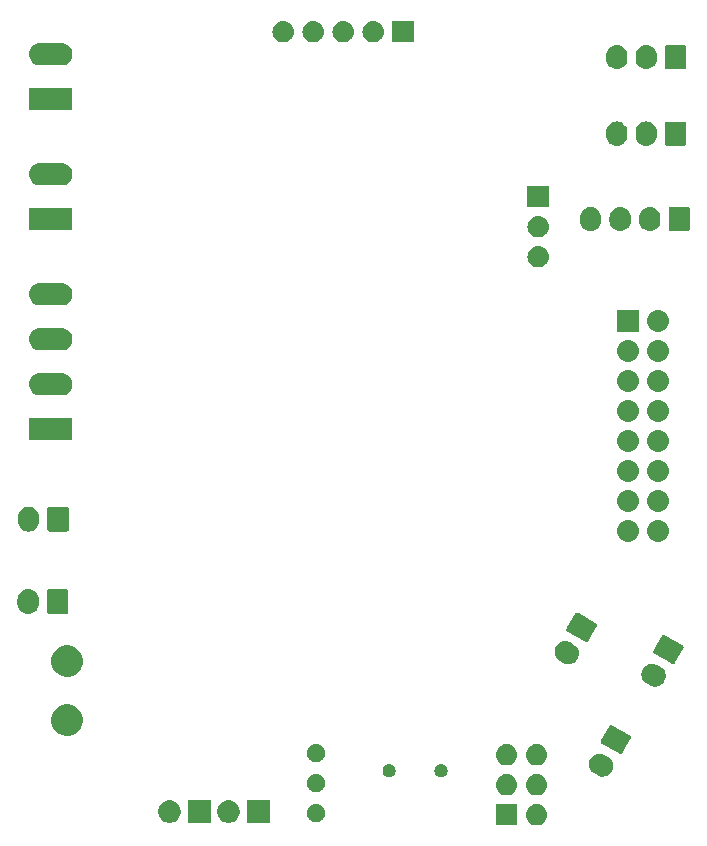
<source format=gts>
G04 #@! TF.GenerationSoftware,KiCad,Pcbnew,(5.1.4)-1*
G04 #@! TF.CreationDate,2019-11-18T10:56:31+03:00*
G04 #@! TF.ProjectId,123,3132332e-6b69-4636-9164-5f7063625858,rev?*
G04 #@! TF.SameCoordinates,Original*
G04 #@! TF.FileFunction,Soldermask,Top*
G04 #@! TF.FilePolarity,Negative*
%FSLAX46Y46*%
G04 Gerber Fmt 4.6, Leading zero omitted, Abs format (unit mm)*
G04 Created by KiCad (PCBNEW (5.1.4)-1) date 2019-11-18 10:56:31*
%MOMM*%
%LPD*%
G04 APERTURE LIST*
%ADD10C,0.100000*%
G04 APERTURE END LIST*
D10*
G36*
X62594443Y-81782519D02*
G01*
X62660627Y-81789037D01*
X62830466Y-81840557D01*
X62986991Y-81924222D01*
X63019772Y-81951125D01*
X63124186Y-82036814D01*
X63207448Y-82138271D01*
X63236778Y-82174009D01*
X63320443Y-82330534D01*
X63371963Y-82500373D01*
X63389359Y-82677000D01*
X63371963Y-82853627D01*
X63320443Y-83023466D01*
X63236778Y-83179991D01*
X63207448Y-83215729D01*
X63124186Y-83317186D01*
X63022729Y-83400448D01*
X62986991Y-83429778D01*
X62830466Y-83513443D01*
X62660627Y-83564963D01*
X62594443Y-83571481D01*
X62528260Y-83578000D01*
X62439740Y-83578000D01*
X62373557Y-83571481D01*
X62307373Y-83564963D01*
X62137534Y-83513443D01*
X61981009Y-83429778D01*
X61945271Y-83400448D01*
X61843814Y-83317186D01*
X61760552Y-83215729D01*
X61731222Y-83179991D01*
X61647557Y-83023466D01*
X61596037Y-82853627D01*
X61578641Y-82677000D01*
X61596037Y-82500373D01*
X61647557Y-82330534D01*
X61731222Y-82174009D01*
X61760552Y-82138271D01*
X61843814Y-82036814D01*
X61948228Y-81951125D01*
X61981009Y-81924222D01*
X62137534Y-81840557D01*
X62307373Y-81789037D01*
X62373557Y-81782519D01*
X62439740Y-81776000D01*
X62528260Y-81776000D01*
X62594443Y-81782519D01*
X62594443Y-81782519D01*
G37*
G36*
X60845000Y-83578000D02*
G01*
X59043000Y-83578000D01*
X59043000Y-81776000D01*
X60845000Y-81776000D01*
X60845000Y-83578000D01*
X60845000Y-83578000D01*
G37*
G36*
X31673395Y-81508546D02*
G01*
X31846466Y-81580234D01*
X31846467Y-81580235D01*
X32002227Y-81684310D01*
X32134690Y-81816773D01*
X32168082Y-81866748D01*
X32238766Y-81972534D01*
X32310454Y-82145605D01*
X32347000Y-82329333D01*
X32347000Y-82516667D01*
X32310454Y-82700395D01*
X32238766Y-82873466D01*
X32210876Y-82915206D01*
X32134690Y-83029227D01*
X32002227Y-83161690D01*
X31974840Y-83179989D01*
X31846466Y-83265766D01*
X31673395Y-83337454D01*
X31489667Y-83374000D01*
X31302333Y-83374000D01*
X31118605Y-83337454D01*
X30945534Y-83265766D01*
X30817160Y-83179989D01*
X30789773Y-83161690D01*
X30657310Y-83029227D01*
X30581124Y-82915206D01*
X30553234Y-82873466D01*
X30481546Y-82700395D01*
X30445000Y-82516667D01*
X30445000Y-82329333D01*
X30481546Y-82145605D01*
X30553234Y-81972534D01*
X30623918Y-81866748D01*
X30657310Y-81816773D01*
X30789773Y-81684310D01*
X30945533Y-81580235D01*
X30945534Y-81580234D01*
X31118605Y-81508546D01*
X31302333Y-81472000D01*
X31489667Y-81472000D01*
X31673395Y-81508546D01*
X31673395Y-81508546D01*
G37*
G36*
X39887000Y-83374000D02*
G01*
X37985000Y-83374000D01*
X37985000Y-81472000D01*
X39887000Y-81472000D01*
X39887000Y-83374000D01*
X39887000Y-83374000D01*
G37*
G36*
X36673395Y-81508546D02*
G01*
X36846466Y-81580234D01*
X36846467Y-81580235D01*
X37002227Y-81684310D01*
X37134690Y-81816773D01*
X37168082Y-81866748D01*
X37238766Y-81972534D01*
X37310454Y-82145605D01*
X37347000Y-82329333D01*
X37347000Y-82516667D01*
X37310454Y-82700395D01*
X37238766Y-82873466D01*
X37210876Y-82915206D01*
X37134690Y-83029227D01*
X37002227Y-83161690D01*
X36974840Y-83179989D01*
X36846466Y-83265766D01*
X36673395Y-83337454D01*
X36489667Y-83374000D01*
X36302333Y-83374000D01*
X36118605Y-83337454D01*
X35945534Y-83265766D01*
X35817160Y-83179989D01*
X35789773Y-83161690D01*
X35657310Y-83029227D01*
X35581124Y-82915206D01*
X35553234Y-82873466D01*
X35481546Y-82700395D01*
X35445000Y-82516667D01*
X35445000Y-82329333D01*
X35481546Y-82145605D01*
X35553234Y-81972534D01*
X35623918Y-81866748D01*
X35657310Y-81816773D01*
X35789773Y-81684310D01*
X35945533Y-81580235D01*
X35945534Y-81580234D01*
X36118605Y-81508546D01*
X36302333Y-81472000D01*
X36489667Y-81472000D01*
X36673395Y-81508546D01*
X36673395Y-81508546D01*
G37*
G36*
X34887000Y-83374000D02*
G01*
X32985000Y-83374000D01*
X32985000Y-81472000D01*
X34887000Y-81472000D01*
X34887000Y-83374000D01*
X34887000Y-83374000D01*
G37*
G36*
X43940589Y-81788876D02*
G01*
X44039893Y-81808629D01*
X44180206Y-81866748D01*
X44306484Y-81951125D01*
X44413875Y-82058516D01*
X44498252Y-82184794D01*
X44556371Y-82325107D01*
X44586000Y-82474063D01*
X44586000Y-82625937D01*
X44556371Y-82774893D01*
X44498252Y-82915206D01*
X44413875Y-83041484D01*
X44306484Y-83148875D01*
X44180206Y-83233252D01*
X44039893Y-83291371D01*
X43940589Y-83311124D01*
X43890938Y-83321000D01*
X43739062Y-83321000D01*
X43689411Y-83311124D01*
X43590107Y-83291371D01*
X43449794Y-83233252D01*
X43323516Y-83148875D01*
X43216125Y-83041484D01*
X43131748Y-82915206D01*
X43073629Y-82774893D01*
X43044000Y-82625937D01*
X43044000Y-82474063D01*
X43073629Y-82325107D01*
X43131748Y-82184794D01*
X43216125Y-82058516D01*
X43323516Y-81951125D01*
X43449794Y-81866748D01*
X43590107Y-81808629D01*
X43689411Y-81788876D01*
X43739062Y-81779000D01*
X43890938Y-81779000D01*
X43940589Y-81788876D01*
X43940589Y-81788876D01*
G37*
G36*
X60054442Y-79242518D02*
G01*
X60120627Y-79249037D01*
X60290466Y-79300557D01*
X60446991Y-79384222D01*
X60479772Y-79411125D01*
X60584186Y-79496814D01*
X60667448Y-79598271D01*
X60696778Y-79634009D01*
X60780443Y-79790534D01*
X60831963Y-79960373D01*
X60849359Y-80137000D01*
X60831963Y-80313627D01*
X60780443Y-80483466D01*
X60696778Y-80639991D01*
X60667448Y-80675729D01*
X60584186Y-80777186D01*
X60482729Y-80860448D01*
X60446991Y-80889778D01*
X60290466Y-80973443D01*
X60120627Y-81024963D01*
X60054443Y-81031481D01*
X59988260Y-81038000D01*
X59899740Y-81038000D01*
X59833557Y-81031481D01*
X59767373Y-81024963D01*
X59597534Y-80973443D01*
X59441009Y-80889778D01*
X59405271Y-80860448D01*
X59303814Y-80777186D01*
X59220552Y-80675729D01*
X59191222Y-80639991D01*
X59107557Y-80483466D01*
X59056037Y-80313627D01*
X59038641Y-80137000D01*
X59056037Y-79960373D01*
X59107557Y-79790534D01*
X59191222Y-79634009D01*
X59220552Y-79598271D01*
X59303814Y-79496814D01*
X59408228Y-79411125D01*
X59441009Y-79384222D01*
X59597534Y-79300557D01*
X59767373Y-79249037D01*
X59833558Y-79242518D01*
X59899740Y-79236000D01*
X59988260Y-79236000D01*
X60054442Y-79242518D01*
X60054442Y-79242518D01*
G37*
G36*
X62594442Y-79242518D02*
G01*
X62660627Y-79249037D01*
X62830466Y-79300557D01*
X62986991Y-79384222D01*
X63019772Y-79411125D01*
X63124186Y-79496814D01*
X63207448Y-79598271D01*
X63236778Y-79634009D01*
X63320443Y-79790534D01*
X63371963Y-79960373D01*
X63389359Y-80137000D01*
X63371963Y-80313627D01*
X63320443Y-80483466D01*
X63236778Y-80639991D01*
X63207448Y-80675729D01*
X63124186Y-80777186D01*
X63022729Y-80860448D01*
X62986991Y-80889778D01*
X62830466Y-80973443D01*
X62660627Y-81024963D01*
X62594443Y-81031481D01*
X62528260Y-81038000D01*
X62439740Y-81038000D01*
X62373557Y-81031481D01*
X62307373Y-81024963D01*
X62137534Y-80973443D01*
X61981009Y-80889778D01*
X61945271Y-80860448D01*
X61843814Y-80777186D01*
X61760552Y-80675729D01*
X61731222Y-80639991D01*
X61647557Y-80483466D01*
X61596037Y-80313627D01*
X61578641Y-80137000D01*
X61596037Y-79960373D01*
X61647557Y-79790534D01*
X61731222Y-79634009D01*
X61760552Y-79598271D01*
X61843814Y-79496814D01*
X61948228Y-79411125D01*
X61981009Y-79384222D01*
X62137534Y-79300557D01*
X62307373Y-79249037D01*
X62373558Y-79242518D01*
X62439740Y-79236000D01*
X62528260Y-79236000D01*
X62594442Y-79242518D01*
X62594442Y-79242518D01*
G37*
G36*
X43940589Y-79248876D02*
G01*
X44039893Y-79268629D01*
X44180206Y-79326748D01*
X44306484Y-79411125D01*
X44413875Y-79518516D01*
X44498252Y-79644794D01*
X44556371Y-79785107D01*
X44586000Y-79934063D01*
X44586000Y-80085937D01*
X44556371Y-80234893D01*
X44498252Y-80375206D01*
X44413875Y-80501484D01*
X44306484Y-80608875D01*
X44180206Y-80693252D01*
X44039893Y-80751371D01*
X43940589Y-80771124D01*
X43890938Y-80781000D01*
X43739062Y-80781000D01*
X43689411Y-80771124D01*
X43590107Y-80751371D01*
X43449794Y-80693252D01*
X43323516Y-80608875D01*
X43216125Y-80501484D01*
X43131748Y-80375206D01*
X43073629Y-80234893D01*
X43044000Y-80085937D01*
X43044000Y-79934063D01*
X43073629Y-79785107D01*
X43131748Y-79644794D01*
X43216125Y-79518516D01*
X43323516Y-79411125D01*
X43449794Y-79326748D01*
X43590107Y-79268629D01*
X43689411Y-79248876D01*
X43739062Y-79239000D01*
X43890938Y-79239000D01*
X43940589Y-79248876D01*
X43940589Y-79248876D01*
G37*
G36*
X54552721Y-78408174D02*
G01*
X54652995Y-78449709D01*
X54652996Y-78449710D01*
X54743242Y-78510010D01*
X54819990Y-78586758D01*
X54819991Y-78586760D01*
X54880291Y-78677005D01*
X54921826Y-78777279D01*
X54943000Y-78883730D01*
X54943000Y-78992270D01*
X54921826Y-79098721D01*
X54880291Y-79198995D01*
X54880290Y-79198996D01*
X54819990Y-79289242D01*
X54743242Y-79365990D01*
X54697812Y-79396345D01*
X54652995Y-79426291D01*
X54552721Y-79467826D01*
X54446270Y-79489000D01*
X54337730Y-79489000D01*
X54231279Y-79467826D01*
X54131005Y-79426291D01*
X54086188Y-79396345D01*
X54040758Y-79365990D01*
X53964010Y-79289242D01*
X53903710Y-79198996D01*
X53903709Y-79198995D01*
X53862174Y-79098721D01*
X53841000Y-78992270D01*
X53841000Y-78883730D01*
X53862174Y-78777279D01*
X53903709Y-78677005D01*
X53964009Y-78586760D01*
X53964010Y-78586758D01*
X54040758Y-78510010D01*
X54131004Y-78449710D01*
X54131005Y-78449709D01*
X54231279Y-78408174D01*
X54337730Y-78387000D01*
X54446270Y-78387000D01*
X54552721Y-78408174D01*
X54552721Y-78408174D01*
G37*
G36*
X50152721Y-78408174D02*
G01*
X50252995Y-78449709D01*
X50252996Y-78449710D01*
X50343242Y-78510010D01*
X50419990Y-78586758D01*
X50419991Y-78586760D01*
X50480291Y-78677005D01*
X50521826Y-78777279D01*
X50543000Y-78883730D01*
X50543000Y-78992270D01*
X50521826Y-79098721D01*
X50480291Y-79198995D01*
X50480290Y-79198996D01*
X50419990Y-79289242D01*
X50343242Y-79365990D01*
X50297812Y-79396345D01*
X50252995Y-79426291D01*
X50152721Y-79467826D01*
X50046270Y-79489000D01*
X49937730Y-79489000D01*
X49831279Y-79467826D01*
X49731005Y-79426291D01*
X49686188Y-79396345D01*
X49640758Y-79365990D01*
X49564010Y-79289242D01*
X49503710Y-79198996D01*
X49503709Y-79198995D01*
X49462174Y-79098721D01*
X49441000Y-78992270D01*
X49441000Y-78883730D01*
X49462174Y-78777279D01*
X49503709Y-78677005D01*
X49564009Y-78586760D01*
X49564010Y-78586758D01*
X49640758Y-78510010D01*
X49731004Y-78449710D01*
X49731005Y-78449709D01*
X49831279Y-78408174D01*
X49937730Y-78387000D01*
X50046270Y-78387000D01*
X50152721Y-78408174D01*
X50152721Y-78408174D01*
G37*
G36*
X67933265Y-77513386D02*
G01*
X67943034Y-77515664D01*
X68106113Y-77553688D01*
X68181046Y-77587640D01*
X68227267Y-77608582D01*
X68563729Y-77802838D01*
X68671847Y-77880314D01*
X68671848Y-77880315D01*
X68793173Y-78009852D01*
X68886895Y-78160570D01*
X68886895Y-78160571D01*
X68949412Y-78326672D01*
X68953227Y-78349779D01*
X68978324Y-78501785D01*
X68972517Y-78679172D01*
X68932215Y-78852017D01*
X68932214Y-78852019D01*
X68858968Y-79013678D01*
X68803069Y-79091685D01*
X68755589Y-79157944D01*
X68626052Y-79279269D01*
X68490729Y-79363417D01*
X68475333Y-79372991D01*
X68309232Y-79435508D01*
X68259400Y-79443735D01*
X68134118Y-79464420D01*
X67956731Y-79458613D01*
X67783887Y-79418312D01*
X67764746Y-79409639D01*
X67662733Y-79363418D01*
X67326271Y-79169162D01*
X67218153Y-79091686D01*
X67218152Y-79091685D01*
X67096827Y-78962148D01*
X67003105Y-78811429D01*
X66990252Y-78777279D01*
X66940586Y-78645323D01*
X66911676Y-78470214D01*
X66917482Y-78292831D01*
X66924085Y-78264511D01*
X66957784Y-78119983D01*
X67031032Y-77958321D01*
X67134410Y-77814057D01*
X67146388Y-77802838D01*
X67263948Y-77692731D01*
X67414667Y-77599009D01*
X67420005Y-77597000D01*
X67580773Y-77536490D01*
X67755882Y-77507580D01*
X67933265Y-77513386D01*
X67933265Y-77513386D01*
G37*
G36*
X60054443Y-76702519D02*
G01*
X60120627Y-76709037D01*
X60290466Y-76760557D01*
X60446991Y-76844222D01*
X60479772Y-76871125D01*
X60584186Y-76956814D01*
X60667448Y-77058271D01*
X60696778Y-77094009D01*
X60780443Y-77250534D01*
X60831963Y-77420373D01*
X60849359Y-77597000D01*
X60831963Y-77773627D01*
X60780443Y-77943466D01*
X60696778Y-78099991D01*
X60680371Y-78119983D01*
X60584186Y-78237186D01*
X60516381Y-78292831D01*
X60446991Y-78349778D01*
X60290466Y-78433443D01*
X60120627Y-78484963D01*
X60054442Y-78491482D01*
X59988260Y-78498000D01*
X59899740Y-78498000D01*
X59833558Y-78491482D01*
X59767373Y-78484963D01*
X59597534Y-78433443D01*
X59441009Y-78349778D01*
X59371619Y-78292831D01*
X59303814Y-78237186D01*
X59207629Y-78119983D01*
X59191222Y-78099991D01*
X59107557Y-77943466D01*
X59056037Y-77773627D01*
X59038641Y-77597000D01*
X59056037Y-77420373D01*
X59107557Y-77250534D01*
X59191222Y-77094009D01*
X59220552Y-77058271D01*
X59303814Y-76956814D01*
X59408228Y-76871125D01*
X59441009Y-76844222D01*
X59597534Y-76760557D01*
X59767373Y-76709037D01*
X59833557Y-76702519D01*
X59899740Y-76696000D01*
X59988260Y-76696000D01*
X60054443Y-76702519D01*
X60054443Y-76702519D01*
G37*
G36*
X62594443Y-76702519D02*
G01*
X62660627Y-76709037D01*
X62830466Y-76760557D01*
X62986991Y-76844222D01*
X63019772Y-76871125D01*
X63124186Y-76956814D01*
X63207448Y-77058271D01*
X63236778Y-77094009D01*
X63320443Y-77250534D01*
X63371963Y-77420373D01*
X63389359Y-77597000D01*
X63371963Y-77773627D01*
X63320443Y-77943466D01*
X63236778Y-78099991D01*
X63220371Y-78119983D01*
X63124186Y-78237186D01*
X63056381Y-78292831D01*
X62986991Y-78349778D01*
X62830466Y-78433443D01*
X62660627Y-78484963D01*
X62594442Y-78491482D01*
X62528260Y-78498000D01*
X62439740Y-78498000D01*
X62373558Y-78491482D01*
X62307373Y-78484963D01*
X62137534Y-78433443D01*
X61981009Y-78349778D01*
X61911619Y-78292831D01*
X61843814Y-78237186D01*
X61747629Y-78119983D01*
X61731222Y-78099991D01*
X61647557Y-77943466D01*
X61596037Y-77773627D01*
X61578641Y-77597000D01*
X61596037Y-77420373D01*
X61647557Y-77250534D01*
X61731222Y-77094009D01*
X61760552Y-77058271D01*
X61843814Y-76956814D01*
X61948228Y-76871125D01*
X61981009Y-76844222D01*
X62137534Y-76760557D01*
X62307373Y-76709037D01*
X62373557Y-76702519D01*
X62439740Y-76696000D01*
X62528260Y-76696000D01*
X62594443Y-76702519D01*
X62594443Y-76702519D01*
G37*
G36*
X43937315Y-76708225D02*
G01*
X44039893Y-76728629D01*
X44180206Y-76786748D01*
X44306484Y-76871125D01*
X44413875Y-76978516D01*
X44498252Y-77104794D01*
X44556371Y-77245107D01*
X44556371Y-77245109D01*
X44586000Y-77394062D01*
X44586000Y-77545938D01*
X44576124Y-77595589D01*
X44556371Y-77694893D01*
X44498252Y-77835206D01*
X44413875Y-77961484D01*
X44306484Y-78068875D01*
X44180206Y-78153252D01*
X44039893Y-78211371D01*
X43940589Y-78231124D01*
X43890938Y-78241000D01*
X43739062Y-78241000D01*
X43689411Y-78231124D01*
X43590107Y-78211371D01*
X43449794Y-78153252D01*
X43323516Y-78068875D01*
X43216125Y-77961484D01*
X43131748Y-77835206D01*
X43073629Y-77694893D01*
X43053876Y-77595589D01*
X43044000Y-77545938D01*
X43044000Y-77394062D01*
X43073629Y-77245109D01*
X43073629Y-77245107D01*
X43131748Y-77104794D01*
X43216125Y-76978516D01*
X43323516Y-76871125D01*
X43449794Y-76786748D01*
X43590107Y-76728629D01*
X43692685Y-76708225D01*
X43739062Y-76699000D01*
X43890938Y-76699000D01*
X43937315Y-76708225D01*
X43937315Y-76708225D01*
G37*
G36*
X68822999Y-75081960D02*
G01*
X68856635Y-75089803D01*
X68893708Y-75106601D01*
X68964794Y-75147642D01*
X68964804Y-75147647D01*
X70326196Y-75933647D01*
X70326201Y-75933651D01*
X70397292Y-75974695D01*
X70430377Y-75998403D01*
X70453984Y-76023608D01*
X70472222Y-76052938D01*
X70484384Y-76085251D01*
X70490010Y-76119329D01*
X70488880Y-76153839D01*
X70481037Y-76187475D01*
X70464239Y-76224548D01*
X70423198Y-76295634D01*
X70423193Y-76295644D01*
X69787193Y-77397228D01*
X69787189Y-77397233D01*
X69746145Y-77468324D01*
X69722437Y-77501409D01*
X69697232Y-77525016D01*
X69667902Y-77543254D01*
X69635589Y-77555416D01*
X69601511Y-77561042D01*
X69567001Y-77559912D01*
X69533365Y-77552069D01*
X69496292Y-77535271D01*
X69425206Y-77494230D01*
X69425196Y-77494225D01*
X68063804Y-76708225D01*
X68063799Y-76708221D01*
X67992708Y-76667177D01*
X67959623Y-76643469D01*
X67936016Y-76618264D01*
X67917778Y-76588934D01*
X67905616Y-76556621D01*
X67899990Y-76522543D01*
X67901120Y-76488033D01*
X67908963Y-76454397D01*
X67925761Y-76417324D01*
X67966802Y-76346238D01*
X67966807Y-76346228D01*
X68602807Y-75244644D01*
X68602811Y-75244639D01*
X68643855Y-75173548D01*
X68667563Y-75140463D01*
X68692768Y-75116856D01*
X68722098Y-75098618D01*
X68754411Y-75086456D01*
X68788489Y-75080830D01*
X68822999Y-75081960D01*
X68822999Y-75081960D01*
G37*
G36*
X23127072Y-73376918D02*
G01*
X23372939Y-73478759D01*
X23594212Y-73626610D01*
X23782390Y-73814788D01*
X23930241Y-74036061D01*
X24032082Y-74281928D01*
X24084000Y-74542938D01*
X24084000Y-74809062D01*
X24032082Y-75070072D01*
X23930241Y-75315939D01*
X23782390Y-75537212D01*
X23594212Y-75725390D01*
X23372939Y-75873241D01*
X23372938Y-75873242D01*
X23372937Y-75873242D01*
X23127072Y-75975082D01*
X22866063Y-76027000D01*
X22599937Y-76027000D01*
X22338928Y-75975082D01*
X22093063Y-75873242D01*
X22093062Y-75873242D01*
X22093061Y-75873241D01*
X21871788Y-75725390D01*
X21683610Y-75537212D01*
X21535759Y-75315939D01*
X21433918Y-75070072D01*
X21382000Y-74809062D01*
X21382000Y-74542938D01*
X21433918Y-74281928D01*
X21535759Y-74036061D01*
X21683610Y-73814788D01*
X21871788Y-73626610D01*
X22093061Y-73478759D01*
X22338928Y-73376918D01*
X22599937Y-73325000D01*
X22866063Y-73325000D01*
X23127072Y-73376918D01*
X23127072Y-73376918D01*
G37*
G36*
X72378265Y-69893386D02*
G01*
X72388034Y-69895664D01*
X72551113Y-69933688D01*
X72626046Y-69967640D01*
X72672267Y-69988582D01*
X73008729Y-70182838D01*
X73116847Y-70260314D01*
X73116848Y-70260315D01*
X73238173Y-70389852D01*
X73331895Y-70540570D01*
X73331895Y-70540571D01*
X73394412Y-70706672D01*
X73397502Y-70725390D01*
X73423324Y-70881785D01*
X73417517Y-71059172D01*
X73377215Y-71232017D01*
X73377214Y-71232019D01*
X73303968Y-71393678D01*
X73248069Y-71471685D01*
X73200589Y-71537944D01*
X73071052Y-71659269D01*
X72935729Y-71743417D01*
X72920333Y-71752991D01*
X72754232Y-71815508D01*
X72704400Y-71823735D01*
X72579118Y-71844420D01*
X72401731Y-71838613D01*
X72228887Y-71798312D01*
X72209746Y-71789639D01*
X72107733Y-71743418D01*
X71771271Y-71549162D01*
X71663153Y-71471686D01*
X71663152Y-71471685D01*
X71541827Y-71342148D01*
X71448105Y-71191429D01*
X71385586Y-71025323D01*
X71356676Y-70850214D01*
X71362482Y-70672831D01*
X71369085Y-70644511D01*
X71402784Y-70499983D01*
X71476032Y-70338321D01*
X71579411Y-70194056D01*
X71708948Y-70072731D01*
X71859667Y-69979009D01*
X72025773Y-69916490D01*
X72200882Y-69887580D01*
X72378265Y-69893386D01*
X72378265Y-69893386D01*
G37*
G36*
X23127072Y-68376918D02*
G01*
X23362795Y-68474557D01*
X23372939Y-68478759D01*
X23403724Y-68499329D01*
X23594211Y-68626609D01*
X23782391Y-68814789D01*
X23855813Y-68924672D01*
X23919543Y-69020050D01*
X23930242Y-69036063D01*
X24032082Y-69281928D01*
X24084000Y-69542937D01*
X24084000Y-69809063D01*
X24059210Y-69933691D01*
X24032082Y-70070072D01*
X23930241Y-70315939D01*
X23782390Y-70537212D01*
X23594212Y-70725390D01*
X23372939Y-70873241D01*
X23372938Y-70873242D01*
X23372937Y-70873242D01*
X23127072Y-70975082D01*
X22866063Y-71027000D01*
X22599937Y-71027000D01*
X22338928Y-70975082D01*
X22093063Y-70873242D01*
X22093062Y-70873242D01*
X22093061Y-70873241D01*
X21871788Y-70725390D01*
X21683610Y-70537212D01*
X21535759Y-70315939D01*
X21433918Y-70070072D01*
X21406790Y-69933691D01*
X21382000Y-69809063D01*
X21382000Y-69542937D01*
X21433918Y-69281928D01*
X21535758Y-69036063D01*
X21546458Y-69020050D01*
X21610187Y-68924672D01*
X21683609Y-68814789D01*
X21871789Y-68626609D01*
X22062276Y-68499329D01*
X22093061Y-68478759D01*
X22103206Y-68474557D01*
X22338928Y-68376918D01*
X22599937Y-68325000D01*
X22866063Y-68325000D01*
X23127072Y-68376918D01*
X23127072Y-68376918D01*
G37*
G36*
X65032265Y-67994450D02*
G01*
X65042034Y-67996728D01*
X65205113Y-68034752D01*
X65280046Y-68068704D01*
X65326267Y-68089646D01*
X65662729Y-68283902D01*
X65770847Y-68361378D01*
X65770848Y-68361379D01*
X65892173Y-68490916D01*
X65985895Y-68641634D01*
X65985895Y-68641635D01*
X66048412Y-68807736D01*
X66056639Y-68857568D01*
X66077324Y-68982849D01*
X66071517Y-69160236D01*
X66031215Y-69333081D01*
X66031214Y-69333083D01*
X65957968Y-69494742D01*
X65923431Y-69542938D01*
X65854589Y-69639008D01*
X65725052Y-69760333D01*
X65629975Y-69819455D01*
X65574333Y-69854055D01*
X65408232Y-69916572D01*
X65358400Y-69924799D01*
X65233118Y-69945484D01*
X65055731Y-69939677D01*
X64882887Y-69899376D01*
X64856853Y-69887580D01*
X64761733Y-69844482D01*
X64425271Y-69650226D01*
X64317153Y-69572750D01*
X64289230Y-69542937D01*
X64195827Y-69443212D01*
X64102105Y-69292493D01*
X64098129Y-69281928D01*
X64039586Y-69126387D01*
X64010676Y-68951278D01*
X64016482Y-68773895D01*
X64023085Y-68745575D01*
X64056784Y-68601047D01*
X64130032Y-68439385D01*
X64211999Y-68325000D01*
X64233410Y-68295121D01*
X64245388Y-68283902D01*
X64362948Y-68173795D01*
X64513667Y-68080073D01*
X64679773Y-68017554D01*
X64854882Y-67988644D01*
X65032265Y-67994450D01*
X65032265Y-67994450D01*
G37*
G36*
X73267999Y-67461960D02*
G01*
X73301635Y-67469803D01*
X73338708Y-67486601D01*
X73409794Y-67527642D01*
X73409804Y-67527647D01*
X74771196Y-68313647D01*
X74771201Y-68313651D01*
X74842292Y-68354695D01*
X74875377Y-68378403D01*
X74898984Y-68403608D01*
X74917222Y-68432938D01*
X74929384Y-68465251D01*
X74935010Y-68499329D01*
X74933880Y-68533839D01*
X74926037Y-68567475D01*
X74909239Y-68604548D01*
X74868198Y-68675634D01*
X74868193Y-68675644D01*
X74232193Y-69777228D01*
X74232189Y-69777233D01*
X74191145Y-69848324D01*
X74167437Y-69881409D01*
X74142232Y-69905016D01*
X74112902Y-69923254D01*
X74080589Y-69935416D01*
X74046511Y-69941042D01*
X74012001Y-69939912D01*
X73978365Y-69932069D01*
X73941292Y-69915271D01*
X73870206Y-69874230D01*
X73870196Y-69874225D01*
X72508804Y-69088225D01*
X72508799Y-69088221D01*
X72437708Y-69047177D01*
X72404623Y-69023469D01*
X72381016Y-68998264D01*
X72362778Y-68968934D01*
X72350616Y-68936621D01*
X72344990Y-68902543D01*
X72346120Y-68868033D01*
X72353963Y-68834397D01*
X72370761Y-68797324D01*
X72411802Y-68726238D01*
X72411807Y-68726228D01*
X73047807Y-67624644D01*
X73047811Y-67624639D01*
X73088855Y-67553548D01*
X73112563Y-67520463D01*
X73137768Y-67496856D01*
X73167098Y-67478618D01*
X73199411Y-67466456D01*
X73233489Y-67460830D01*
X73267999Y-67461960D01*
X73267999Y-67461960D01*
G37*
G36*
X65921999Y-65563024D02*
G01*
X65955635Y-65570867D01*
X65992708Y-65587665D01*
X66063794Y-65628706D01*
X66063804Y-65628711D01*
X67425196Y-66414711D01*
X67425201Y-66414715D01*
X67496292Y-66455759D01*
X67529377Y-66479467D01*
X67552984Y-66504672D01*
X67571222Y-66534002D01*
X67583384Y-66566315D01*
X67589010Y-66600393D01*
X67587880Y-66634903D01*
X67580037Y-66668539D01*
X67563239Y-66705612D01*
X67522198Y-66776698D01*
X67522193Y-66776708D01*
X66886193Y-67878292D01*
X66886189Y-67878297D01*
X66845145Y-67949388D01*
X66821437Y-67982473D01*
X66796232Y-68006080D01*
X66766902Y-68024318D01*
X66734589Y-68036480D01*
X66700511Y-68042106D01*
X66666001Y-68040976D01*
X66632365Y-68033133D01*
X66595292Y-68016335D01*
X66524206Y-67975294D01*
X66524196Y-67975289D01*
X65162804Y-67189289D01*
X65162799Y-67189285D01*
X65091708Y-67148241D01*
X65058623Y-67124533D01*
X65035016Y-67099328D01*
X65016778Y-67069998D01*
X65004616Y-67037685D01*
X64998990Y-67003607D01*
X65000120Y-66969097D01*
X65007963Y-66935461D01*
X65024761Y-66898388D01*
X65065802Y-66827302D01*
X65065807Y-66827292D01*
X65701807Y-65725708D01*
X65701811Y-65725703D01*
X65742855Y-65654612D01*
X65766563Y-65621527D01*
X65791768Y-65597920D01*
X65821098Y-65579682D01*
X65853411Y-65567520D01*
X65887489Y-65561894D01*
X65921999Y-65563024D01*
X65921999Y-65563024D01*
G37*
G36*
X19607627Y-63605036D02*
G01*
X19777466Y-63656556D01*
X19933991Y-63740221D01*
X19969729Y-63769551D01*
X20071186Y-63852813D01*
X20154448Y-63954270D01*
X20183778Y-63990008D01*
X20267443Y-64146533D01*
X20318963Y-64316373D01*
X20332000Y-64448742D01*
X20332000Y-64837257D01*
X20318963Y-64969626D01*
X20267443Y-65139465D01*
X20183778Y-65295990D01*
X20154448Y-65331728D01*
X20071186Y-65433185D01*
X19933989Y-65545778D01*
X19794125Y-65620537D01*
X19777465Y-65629442D01*
X19607626Y-65680962D01*
X19431000Y-65698358D01*
X19254373Y-65680962D01*
X19084534Y-65629442D01*
X18928009Y-65545777D01*
X18885750Y-65511096D01*
X18790814Y-65433185D01*
X18678221Y-65295988D01*
X18594558Y-65139466D01*
X18594557Y-65139464D01*
X18543037Y-64969625D01*
X18530000Y-64837256D01*
X18530000Y-64448741D01*
X18543037Y-64316372D01*
X18594557Y-64146533D01*
X18678222Y-63990008D01*
X18790815Y-63852814D01*
X18928010Y-63740221D01*
X19084535Y-63656556D01*
X19254374Y-63605036D01*
X19431000Y-63587640D01*
X19607627Y-63605036D01*
X19607627Y-63605036D01*
G37*
G36*
X22689600Y-63595988D02*
G01*
X22722652Y-63606014D01*
X22753103Y-63622291D01*
X22779799Y-63644200D01*
X22801708Y-63670896D01*
X22817985Y-63701347D01*
X22828011Y-63734399D01*
X22832000Y-63774902D01*
X22832000Y-65511096D01*
X22828011Y-65551599D01*
X22817985Y-65584651D01*
X22801708Y-65615102D01*
X22779799Y-65641798D01*
X22753103Y-65663707D01*
X22722652Y-65679984D01*
X22689600Y-65690010D01*
X22649097Y-65693999D01*
X21212903Y-65693999D01*
X21172400Y-65690010D01*
X21139348Y-65679984D01*
X21108897Y-65663707D01*
X21082201Y-65641798D01*
X21060292Y-65615102D01*
X21044015Y-65584651D01*
X21033989Y-65551599D01*
X21030000Y-65511096D01*
X21030000Y-63774902D01*
X21033989Y-63734399D01*
X21044015Y-63701347D01*
X21060292Y-63670896D01*
X21082201Y-63644200D01*
X21108897Y-63622291D01*
X21139348Y-63606014D01*
X21172400Y-63595988D01*
X21212903Y-63591999D01*
X22649097Y-63591999D01*
X22689600Y-63595988D01*
X22689600Y-63595988D01*
G37*
G36*
X72950294Y-57772633D02*
G01*
X73122695Y-57824931D01*
X73281583Y-57909858D01*
X73420849Y-58024151D01*
X73535142Y-58163417D01*
X73620069Y-58322305D01*
X73672367Y-58494706D01*
X73690025Y-58674000D01*
X73672367Y-58853294D01*
X73620069Y-59025695D01*
X73535142Y-59184583D01*
X73420849Y-59323849D01*
X73281583Y-59438142D01*
X73122695Y-59523069D01*
X72950294Y-59575367D01*
X72815931Y-59588600D01*
X72726069Y-59588600D01*
X72591706Y-59575367D01*
X72419305Y-59523069D01*
X72260417Y-59438142D01*
X72121151Y-59323849D01*
X72006858Y-59184583D01*
X71921931Y-59025695D01*
X71869633Y-58853294D01*
X71851975Y-58674000D01*
X71869633Y-58494706D01*
X71921931Y-58322305D01*
X72006858Y-58163417D01*
X72121151Y-58024151D01*
X72260417Y-57909858D01*
X72419305Y-57824931D01*
X72591706Y-57772633D01*
X72726069Y-57759400D01*
X72815931Y-57759400D01*
X72950294Y-57772633D01*
X72950294Y-57772633D01*
G37*
G36*
X70410294Y-57772633D02*
G01*
X70582695Y-57824931D01*
X70741583Y-57909858D01*
X70880849Y-58024151D01*
X70995142Y-58163417D01*
X71080069Y-58322305D01*
X71132367Y-58494706D01*
X71150025Y-58674000D01*
X71132367Y-58853294D01*
X71080069Y-59025695D01*
X70995142Y-59184583D01*
X70880849Y-59323849D01*
X70741583Y-59438142D01*
X70582695Y-59523069D01*
X70410294Y-59575367D01*
X70275931Y-59588600D01*
X70186069Y-59588600D01*
X70051706Y-59575367D01*
X69879305Y-59523069D01*
X69720417Y-59438142D01*
X69581151Y-59323849D01*
X69466858Y-59184583D01*
X69381931Y-59025695D01*
X69329633Y-58853294D01*
X69311975Y-58674000D01*
X69329633Y-58494706D01*
X69381931Y-58322305D01*
X69466858Y-58163417D01*
X69581151Y-58024151D01*
X69720417Y-57909858D01*
X69879305Y-57824931D01*
X70051706Y-57772633D01*
X70186069Y-57759400D01*
X70275931Y-57759400D01*
X70410294Y-57772633D01*
X70410294Y-57772633D01*
G37*
G36*
X19647627Y-56620037D02*
G01*
X19817466Y-56671557D01*
X19973991Y-56755222D01*
X20008873Y-56783849D01*
X20111186Y-56867814D01*
X20194448Y-56969271D01*
X20223778Y-57005009D01*
X20307443Y-57161534D01*
X20358963Y-57331374D01*
X20372000Y-57463743D01*
X20372000Y-57852258D01*
X20358963Y-57984627D01*
X20307443Y-58154466D01*
X20223778Y-58310991D01*
X20194448Y-58346729D01*
X20111186Y-58448186D01*
X19973989Y-58560779D01*
X19817467Y-58644442D01*
X19817465Y-58644443D01*
X19647626Y-58695963D01*
X19471000Y-58713359D01*
X19294373Y-58695963D01*
X19124534Y-58644443D01*
X18968009Y-58560778D01*
X18925750Y-58526097D01*
X18830814Y-58448186D01*
X18718221Y-58310989D01*
X18634558Y-58154467D01*
X18595027Y-58024151D01*
X18583037Y-57984626D01*
X18570000Y-57852257D01*
X18570000Y-57463742D01*
X18583037Y-57331373D01*
X18634557Y-57161534D01*
X18718222Y-57005009D01*
X18830815Y-56867815D01*
X18968010Y-56755222D01*
X19124535Y-56671557D01*
X19294374Y-56620037D01*
X19471000Y-56602641D01*
X19647627Y-56620037D01*
X19647627Y-56620037D01*
G37*
G36*
X22729600Y-56610989D02*
G01*
X22762652Y-56621015D01*
X22793103Y-56637292D01*
X22819799Y-56659201D01*
X22841708Y-56685897D01*
X22857985Y-56716348D01*
X22868011Y-56749400D01*
X22872000Y-56789903D01*
X22872000Y-58526097D01*
X22868011Y-58566600D01*
X22857985Y-58599652D01*
X22841708Y-58630103D01*
X22819799Y-58656799D01*
X22793103Y-58678708D01*
X22762652Y-58694985D01*
X22729600Y-58705011D01*
X22689097Y-58709000D01*
X21252903Y-58709000D01*
X21212400Y-58705011D01*
X21179348Y-58694985D01*
X21148897Y-58678708D01*
X21122201Y-58656799D01*
X21100292Y-58630103D01*
X21084015Y-58599652D01*
X21073989Y-58566600D01*
X21070000Y-58526097D01*
X21070000Y-56789903D01*
X21073989Y-56749400D01*
X21084015Y-56716348D01*
X21100292Y-56685897D01*
X21122201Y-56659201D01*
X21148897Y-56637292D01*
X21179348Y-56621015D01*
X21212400Y-56610989D01*
X21252903Y-56607000D01*
X22689097Y-56607000D01*
X22729600Y-56610989D01*
X22729600Y-56610989D01*
G37*
G36*
X72950294Y-55232633D02*
G01*
X73122695Y-55284931D01*
X73281583Y-55369858D01*
X73420849Y-55484151D01*
X73535142Y-55623417D01*
X73620069Y-55782305D01*
X73672367Y-55954706D01*
X73690025Y-56134000D01*
X73672367Y-56313294D01*
X73620069Y-56485695D01*
X73535142Y-56644583D01*
X73420849Y-56783849D01*
X73281583Y-56898142D01*
X73122695Y-56983069D01*
X72950294Y-57035367D01*
X72815931Y-57048600D01*
X72726069Y-57048600D01*
X72591706Y-57035367D01*
X72419305Y-56983069D01*
X72260417Y-56898142D01*
X72121151Y-56783849D01*
X72006858Y-56644583D01*
X71921931Y-56485695D01*
X71869633Y-56313294D01*
X71851975Y-56134000D01*
X71869633Y-55954706D01*
X71921931Y-55782305D01*
X72006858Y-55623417D01*
X72121151Y-55484151D01*
X72260417Y-55369858D01*
X72419305Y-55284931D01*
X72591706Y-55232633D01*
X72726069Y-55219400D01*
X72815931Y-55219400D01*
X72950294Y-55232633D01*
X72950294Y-55232633D01*
G37*
G36*
X70410294Y-55232633D02*
G01*
X70582695Y-55284931D01*
X70741583Y-55369858D01*
X70880849Y-55484151D01*
X70995142Y-55623417D01*
X71080069Y-55782305D01*
X71132367Y-55954706D01*
X71150025Y-56134000D01*
X71132367Y-56313294D01*
X71080069Y-56485695D01*
X70995142Y-56644583D01*
X70880849Y-56783849D01*
X70741583Y-56898142D01*
X70582695Y-56983069D01*
X70410294Y-57035367D01*
X70275931Y-57048600D01*
X70186069Y-57048600D01*
X70051706Y-57035367D01*
X69879305Y-56983069D01*
X69720417Y-56898142D01*
X69581151Y-56783849D01*
X69466858Y-56644583D01*
X69381931Y-56485695D01*
X69329633Y-56313294D01*
X69311975Y-56134000D01*
X69329633Y-55954706D01*
X69381931Y-55782305D01*
X69466858Y-55623417D01*
X69581151Y-55484151D01*
X69720417Y-55369858D01*
X69879305Y-55284931D01*
X70051706Y-55232633D01*
X70186069Y-55219400D01*
X70275931Y-55219400D01*
X70410294Y-55232633D01*
X70410294Y-55232633D01*
G37*
G36*
X72950294Y-52692633D02*
G01*
X73122695Y-52744931D01*
X73281583Y-52829858D01*
X73420849Y-52944151D01*
X73535142Y-53083417D01*
X73620069Y-53242305D01*
X73672367Y-53414706D01*
X73690025Y-53594000D01*
X73672367Y-53773294D01*
X73620069Y-53945695D01*
X73535142Y-54104583D01*
X73420849Y-54243849D01*
X73281583Y-54358142D01*
X73122695Y-54443069D01*
X72950294Y-54495367D01*
X72815931Y-54508600D01*
X72726069Y-54508600D01*
X72591706Y-54495367D01*
X72419305Y-54443069D01*
X72260417Y-54358142D01*
X72121151Y-54243849D01*
X72006858Y-54104583D01*
X71921931Y-53945695D01*
X71869633Y-53773294D01*
X71851975Y-53594000D01*
X71869633Y-53414706D01*
X71921931Y-53242305D01*
X72006858Y-53083417D01*
X72121151Y-52944151D01*
X72260417Y-52829858D01*
X72419305Y-52744931D01*
X72591706Y-52692633D01*
X72726069Y-52679400D01*
X72815931Y-52679400D01*
X72950294Y-52692633D01*
X72950294Y-52692633D01*
G37*
G36*
X70410294Y-52692633D02*
G01*
X70582695Y-52744931D01*
X70741583Y-52829858D01*
X70880849Y-52944151D01*
X70995142Y-53083417D01*
X71080069Y-53242305D01*
X71132367Y-53414706D01*
X71150025Y-53594000D01*
X71132367Y-53773294D01*
X71080069Y-53945695D01*
X70995142Y-54104583D01*
X70880849Y-54243849D01*
X70741583Y-54358142D01*
X70582695Y-54443069D01*
X70410294Y-54495367D01*
X70275931Y-54508600D01*
X70186069Y-54508600D01*
X70051706Y-54495367D01*
X69879305Y-54443069D01*
X69720417Y-54358142D01*
X69581151Y-54243849D01*
X69466858Y-54104583D01*
X69381931Y-53945695D01*
X69329633Y-53773294D01*
X69311975Y-53594000D01*
X69329633Y-53414706D01*
X69381931Y-53242305D01*
X69466858Y-53083417D01*
X69581151Y-52944151D01*
X69720417Y-52829858D01*
X69879305Y-52744931D01*
X70051706Y-52692633D01*
X70186069Y-52679400D01*
X70275931Y-52679400D01*
X70410294Y-52692633D01*
X70410294Y-52692633D01*
G37*
G36*
X70410294Y-50152633D02*
G01*
X70582695Y-50204931D01*
X70741583Y-50289858D01*
X70880849Y-50404151D01*
X70995142Y-50543417D01*
X71080069Y-50702305D01*
X71132367Y-50874706D01*
X71150025Y-51054000D01*
X71132367Y-51233294D01*
X71080069Y-51405695D01*
X70995142Y-51564583D01*
X70880849Y-51703849D01*
X70741583Y-51818142D01*
X70582695Y-51903069D01*
X70410294Y-51955367D01*
X70275931Y-51968600D01*
X70186069Y-51968600D01*
X70051706Y-51955367D01*
X69879305Y-51903069D01*
X69720417Y-51818142D01*
X69581151Y-51703849D01*
X69466858Y-51564583D01*
X69381931Y-51405695D01*
X69329633Y-51233294D01*
X69311975Y-51054000D01*
X69329633Y-50874706D01*
X69381931Y-50702305D01*
X69466858Y-50543417D01*
X69581151Y-50404151D01*
X69720417Y-50289858D01*
X69879305Y-50204931D01*
X70051706Y-50152633D01*
X70186069Y-50139400D01*
X70275931Y-50139400D01*
X70410294Y-50152633D01*
X70410294Y-50152633D01*
G37*
G36*
X72950294Y-50152633D02*
G01*
X73122695Y-50204931D01*
X73281583Y-50289858D01*
X73420849Y-50404151D01*
X73535142Y-50543417D01*
X73620069Y-50702305D01*
X73672367Y-50874706D01*
X73690025Y-51054000D01*
X73672367Y-51233294D01*
X73620069Y-51405695D01*
X73535142Y-51564583D01*
X73420849Y-51703849D01*
X73281583Y-51818142D01*
X73122695Y-51903069D01*
X72950294Y-51955367D01*
X72815931Y-51968600D01*
X72726069Y-51968600D01*
X72591706Y-51955367D01*
X72419305Y-51903069D01*
X72260417Y-51818142D01*
X72121151Y-51703849D01*
X72006858Y-51564583D01*
X71921931Y-51405695D01*
X71869633Y-51233294D01*
X71851975Y-51054000D01*
X71869633Y-50874706D01*
X71921931Y-50702305D01*
X72006858Y-50543417D01*
X72121151Y-50404151D01*
X72260417Y-50289858D01*
X72419305Y-50204931D01*
X72591706Y-50152633D01*
X72726069Y-50139400D01*
X72815931Y-50139400D01*
X72950294Y-50152633D01*
X72950294Y-50152633D01*
G37*
G36*
X23046915Y-49090934D02*
G01*
X23079424Y-49100795D01*
X23109382Y-49116809D01*
X23135641Y-49138359D01*
X23157191Y-49164618D01*
X23173205Y-49194576D01*
X23183066Y-49227085D01*
X23187000Y-49267029D01*
X23187000Y-50808971D01*
X23183066Y-50848915D01*
X23173205Y-50881424D01*
X23157191Y-50911382D01*
X23135641Y-50937641D01*
X23109382Y-50959191D01*
X23079424Y-50975205D01*
X23046915Y-50985066D01*
X23006971Y-50989000D01*
X19665029Y-50989000D01*
X19625085Y-50985066D01*
X19592576Y-50975205D01*
X19562618Y-50959191D01*
X19536359Y-50937641D01*
X19514809Y-50911382D01*
X19498795Y-50881424D01*
X19488934Y-50848915D01*
X19485000Y-50808971D01*
X19485000Y-49267029D01*
X19488934Y-49227085D01*
X19498795Y-49194576D01*
X19514809Y-49164618D01*
X19536359Y-49138359D01*
X19562618Y-49116809D01*
X19592576Y-49100795D01*
X19625085Y-49090934D01*
X19665029Y-49087000D01*
X23006971Y-49087000D01*
X23046915Y-49090934D01*
X23046915Y-49090934D01*
G37*
G36*
X72950294Y-47612633D02*
G01*
X73122695Y-47664931D01*
X73281583Y-47749858D01*
X73420849Y-47864151D01*
X73535142Y-48003417D01*
X73620069Y-48162305D01*
X73672367Y-48334706D01*
X73690025Y-48514000D01*
X73672367Y-48693294D01*
X73620069Y-48865695D01*
X73535142Y-49024583D01*
X73420849Y-49163849D01*
X73281583Y-49278142D01*
X73122695Y-49363069D01*
X72950294Y-49415367D01*
X72815931Y-49428600D01*
X72726069Y-49428600D01*
X72591706Y-49415367D01*
X72419305Y-49363069D01*
X72260417Y-49278142D01*
X72121151Y-49163849D01*
X72006858Y-49024583D01*
X71921931Y-48865695D01*
X71869633Y-48693294D01*
X71851975Y-48514000D01*
X71869633Y-48334706D01*
X71921931Y-48162305D01*
X72006858Y-48003417D01*
X72121151Y-47864151D01*
X72260417Y-47749858D01*
X72419305Y-47664931D01*
X72591706Y-47612633D01*
X72726069Y-47599400D01*
X72815931Y-47599400D01*
X72950294Y-47612633D01*
X72950294Y-47612633D01*
G37*
G36*
X70410294Y-47612633D02*
G01*
X70582695Y-47664931D01*
X70741583Y-47749858D01*
X70880849Y-47864151D01*
X70995142Y-48003417D01*
X71080069Y-48162305D01*
X71132367Y-48334706D01*
X71150025Y-48514000D01*
X71132367Y-48693294D01*
X71080069Y-48865695D01*
X70995142Y-49024583D01*
X70880849Y-49163849D01*
X70741583Y-49278142D01*
X70582695Y-49363069D01*
X70410294Y-49415367D01*
X70275931Y-49428600D01*
X70186069Y-49428600D01*
X70051706Y-49415367D01*
X69879305Y-49363069D01*
X69720417Y-49278142D01*
X69581151Y-49163849D01*
X69466858Y-49024583D01*
X69381931Y-48865695D01*
X69329633Y-48693294D01*
X69311975Y-48514000D01*
X69329633Y-48334706D01*
X69381931Y-48162305D01*
X69466858Y-48003417D01*
X69581151Y-47864151D01*
X69720417Y-47749858D01*
X69879305Y-47664931D01*
X70051706Y-47612633D01*
X70186069Y-47599400D01*
X70275931Y-47599400D01*
X70410294Y-47612633D01*
X70410294Y-47612633D01*
G37*
G36*
X22422425Y-45290760D02*
G01*
X22422428Y-45290761D01*
X22422429Y-45290761D01*
X22601693Y-45345140D01*
X22601696Y-45345142D01*
X22601697Y-45345142D01*
X22766903Y-45433446D01*
X22911712Y-45552288D01*
X23030554Y-45697097D01*
X23082727Y-45794707D01*
X23118860Y-45862307D01*
X23173239Y-46041571D01*
X23173240Y-46041575D01*
X23191601Y-46228000D01*
X23173240Y-46414425D01*
X23173239Y-46414428D01*
X23173239Y-46414429D01*
X23118860Y-46593693D01*
X23118858Y-46593696D01*
X23118858Y-46593697D01*
X23030554Y-46758903D01*
X22911712Y-46903712D01*
X22766903Y-47022554D01*
X22601697Y-47110858D01*
X22601693Y-47110860D01*
X22422429Y-47165239D01*
X22422428Y-47165239D01*
X22422425Y-47165240D01*
X22282718Y-47179000D01*
X20389282Y-47179000D01*
X20249575Y-47165240D01*
X20249572Y-47165239D01*
X20249571Y-47165239D01*
X20070307Y-47110860D01*
X20070303Y-47110858D01*
X19905097Y-47022554D01*
X19760288Y-46903712D01*
X19641446Y-46758903D01*
X19553142Y-46593697D01*
X19553142Y-46593696D01*
X19553140Y-46593693D01*
X19498761Y-46414429D01*
X19498761Y-46414428D01*
X19498760Y-46414425D01*
X19480399Y-46228000D01*
X19498760Y-46041575D01*
X19498761Y-46041571D01*
X19553140Y-45862307D01*
X19589273Y-45794707D01*
X19641446Y-45697097D01*
X19760288Y-45552288D01*
X19905097Y-45433446D01*
X20070303Y-45345142D01*
X20070304Y-45345142D01*
X20070307Y-45345140D01*
X20249571Y-45290761D01*
X20249572Y-45290761D01*
X20249575Y-45290760D01*
X20389282Y-45277000D01*
X22282718Y-45277000D01*
X22422425Y-45290760D01*
X22422425Y-45290760D01*
G37*
G36*
X72950294Y-45072633D02*
G01*
X73122695Y-45124931D01*
X73281583Y-45209858D01*
X73420849Y-45324151D01*
X73535142Y-45463417D01*
X73620069Y-45622305D01*
X73672367Y-45794706D01*
X73690025Y-45974000D01*
X73672367Y-46153294D01*
X73620069Y-46325695D01*
X73535142Y-46484583D01*
X73420849Y-46623849D01*
X73281583Y-46738142D01*
X73122695Y-46823069D01*
X72950294Y-46875367D01*
X72815931Y-46888600D01*
X72726069Y-46888600D01*
X72591706Y-46875367D01*
X72419305Y-46823069D01*
X72260417Y-46738142D01*
X72121151Y-46623849D01*
X72006858Y-46484583D01*
X71921931Y-46325695D01*
X71869633Y-46153294D01*
X71851975Y-45974000D01*
X71869633Y-45794706D01*
X71921931Y-45622305D01*
X72006858Y-45463417D01*
X72121151Y-45324151D01*
X72260417Y-45209858D01*
X72419305Y-45124931D01*
X72591706Y-45072633D01*
X72726069Y-45059400D01*
X72815931Y-45059400D01*
X72950294Y-45072633D01*
X72950294Y-45072633D01*
G37*
G36*
X70410294Y-45072633D02*
G01*
X70582695Y-45124931D01*
X70741583Y-45209858D01*
X70880849Y-45324151D01*
X70995142Y-45463417D01*
X71080069Y-45622305D01*
X71132367Y-45794706D01*
X71150025Y-45974000D01*
X71132367Y-46153294D01*
X71080069Y-46325695D01*
X70995142Y-46484583D01*
X70880849Y-46623849D01*
X70741583Y-46738142D01*
X70582695Y-46823069D01*
X70410294Y-46875367D01*
X70275931Y-46888600D01*
X70186069Y-46888600D01*
X70051706Y-46875367D01*
X69879305Y-46823069D01*
X69720417Y-46738142D01*
X69581151Y-46623849D01*
X69466858Y-46484583D01*
X69381931Y-46325695D01*
X69329633Y-46153294D01*
X69311975Y-45974000D01*
X69329633Y-45794706D01*
X69381931Y-45622305D01*
X69466858Y-45463417D01*
X69581151Y-45324151D01*
X69720417Y-45209858D01*
X69879305Y-45124931D01*
X70051706Y-45072633D01*
X70186069Y-45059400D01*
X70275931Y-45059400D01*
X70410294Y-45072633D01*
X70410294Y-45072633D01*
G37*
G36*
X72950294Y-42532633D02*
G01*
X73122695Y-42584931D01*
X73281583Y-42669858D01*
X73420849Y-42784151D01*
X73535142Y-42923417D01*
X73620069Y-43082305D01*
X73672367Y-43254706D01*
X73690025Y-43434000D01*
X73672367Y-43613294D01*
X73620069Y-43785695D01*
X73535142Y-43944583D01*
X73420849Y-44083849D01*
X73281583Y-44198142D01*
X73122695Y-44283069D01*
X72950294Y-44335367D01*
X72815931Y-44348600D01*
X72726069Y-44348600D01*
X72591706Y-44335367D01*
X72419305Y-44283069D01*
X72260417Y-44198142D01*
X72121151Y-44083849D01*
X72006858Y-43944583D01*
X71921931Y-43785695D01*
X71869633Y-43613294D01*
X71851975Y-43434000D01*
X71869633Y-43254706D01*
X71921931Y-43082305D01*
X72006858Y-42923417D01*
X72121151Y-42784151D01*
X72260417Y-42669858D01*
X72419305Y-42584931D01*
X72591706Y-42532633D01*
X72726069Y-42519400D01*
X72815931Y-42519400D01*
X72950294Y-42532633D01*
X72950294Y-42532633D01*
G37*
G36*
X70410294Y-42532633D02*
G01*
X70582695Y-42584931D01*
X70741583Y-42669858D01*
X70880849Y-42784151D01*
X70995142Y-42923417D01*
X71080069Y-43082305D01*
X71132367Y-43254706D01*
X71150025Y-43434000D01*
X71132367Y-43613294D01*
X71080069Y-43785695D01*
X70995142Y-43944583D01*
X70880849Y-44083849D01*
X70741583Y-44198142D01*
X70582695Y-44283069D01*
X70410294Y-44335367D01*
X70275931Y-44348600D01*
X70186069Y-44348600D01*
X70051706Y-44335367D01*
X69879305Y-44283069D01*
X69720417Y-44198142D01*
X69581151Y-44083849D01*
X69466858Y-43944583D01*
X69381931Y-43785695D01*
X69329633Y-43613294D01*
X69311975Y-43434000D01*
X69329633Y-43254706D01*
X69381931Y-43082305D01*
X69466858Y-42923417D01*
X69581151Y-42784151D01*
X69720417Y-42669858D01*
X69879305Y-42584931D01*
X70051706Y-42532633D01*
X70186069Y-42519400D01*
X70275931Y-42519400D01*
X70410294Y-42532633D01*
X70410294Y-42532633D01*
G37*
G36*
X22422425Y-41480760D02*
G01*
X22422428Y-41480761D01*
X22422429Y-41480761D01*
X22601693Y-41535140D01*
X22601696Y-41535142D01*
X22601697Y-41535142D01*
X22766903Y-41623446D01*
X22911712Y-41742288D01*
X23030554Y-41887097D01*
X23118858Y-42052303D01*
X23118860Y-42052307D01*
X23173239Y-42231571D01*
X23173240Y-42231575D01*
X23191601Y-42418000D01*
X23173240Y-42604425D01*
X23173239Y-42604428D01*
X23173239Y-42604429D01*
X23118860Y-42783693D01*
X23118858Y-42783696D01*
X23118858Y-42783697D01*
X23030554Y-42948903D01*
X22911712Y-43093712D01*
X22766903Y-43212554D01*
X22601697Y-43300858D01*
X22601693Y-43300860D01*
X22422429Y-43355239D01*
X22422428Y-43355239D01*
X22422425Y-43355240D01*
X22282718Y-43369000D01*
X20389282Y-43369000D01*
X20249575Y-43355240D01*
X20249572Y-43355239D01*
X20249571Y-43355239D01*
X20070307Y-43300860D01*
X20070303Y-43300858D01*
X19905097Y-43212554D01*
X19760288Y-43093712D01*
X19641446Y-42948903D01*
X19553142Y-42783697D01*
X19553142Y-42783696D01*
X19553140Y-42783693D01*
X19498761Y-42604429D01*
X19498761Y-42604428D01*
X19498760Y-42604425D01*
X19480399Y-42418000D01*
X19498760Y-42231575D01*
X19498761Y-42231571D01*
X19553140Y-42052307D01*
X19553142Y-42052303D01*
X19641446Y-41887097D01*
X19760288Y-41742288D01*
X19905097Y-41623446D01*
X20070303Y-41535142D01*
X20070304Y-41535142D01*
X20070307Y-41535140D01*
X20249571Y-41480761D01*
X20249572Y-41480761D01*
X20249575Y-41480760D01*
X20389282Y-41467000D01*
X22282718Y-41467000D01*
X22422425Y-41480760D01*
X22422425Y-41480760D01*
G37*
G36*
X72950294Y-39992633D02*
G01*
X73122695Y-40044931D01*
X73281583Y-40129858D01*
X73420849Y-40244151D01*
X73535142Y-40383417D01*
X73620069Y-40542305D01*
X73672367Y-40714706D01*
X73690025Y-40894000D01*
X73672367Y-41073294D01*
X73620069Y-41245695D01*
X73535142Y-41404583D01*
X73420849Y-41543849D01*
X73281583Y-41658142D01*
X73122695Y-41743069D01*
X72950294Y-41795367D01*
X72815931Y-41808600D01*
X72726069Y-41808600D01*
X72591706Y-41795367D01*
X72419305Y-41743069D01*
X72260417Y-41658142D01*
X72121151Y-41543849D01*
X72006858Y-41404583D01*
X71921931Y-41245695D01*
X71869633Y-41073294D01*
X71851975Y-40894000D01*
X71869633Y-40714706D01*
X71921931Y-40542305D01*
X72006858Y-40383417D01*
X72121151Y-40244151D01*
X72260417Y-40129858D01*
X72419305Y-40044931D01*
X72591706Y-39992633D01*
X72726069Y-39979400D01*
X72815931Y-39979400D01*
X72950294Y-39992633D01*
X72950294Y-39992633D01*
G37*
G36*
X71145600Y-41808600D02*
G01*
X69316400Y-41808600D01*
X69316400Y-39979400D01*
X71145600Y-39979400D01*
X71145600Y-41808600D01*
X71145600Y-41808600D01*
G37*
G36*
X22422425Y-37670760D02*
G01*
X22422428Y-37670761D01*
X22422429Y-37670761D01*
X22601693Y-37725140D01*
X22601696Y-37725142D01*
X22601697Y-37725142D01*
X22766903Y-37813446D01*
X22911712Y-37932288D01*
X23030554Y-38077097D01*
X23118858Y-38242303D01*
X23118860Y-38242307D01*
X23173239Y-38421571D01*
X23173240Y-38421575D01*
X23191601Y-38608000D01*
X23173240Y-38794425D01*
X23173239Y-38794428D01*
X23173239Y-38794429D01*
X23118860Y-38973693D01*
X23118858Y-38973696D01*
X23118858Y-38973697D01*
X23030554Y-39138903D01*
X22911712Y-39283712D01*
X22766903Y-39402554D01*
X22601697Y-39490858D01*
X22601693Y-39490860D01*
X22422429Y-39545239D01*
X22422428Y-39545239D01*
X22422425Y-39545240D01*
X22282718Y-39559000D01*
X20389282Y-39559000D01*
X20249575Y-39545240D01*
X20249572Y-39545239D01*
X20249571Y-39545239D01*
X20070307Y-39490860D01*
X20070303Y-39490858D01*
X19905097Y-39402554D01*
X19760288Y-39283712D01*
X19641446Y-39138903D01*
X19553142Y-38973697D01*
X19553142Y-38973696D01*
X19553140Y-38973693D01*
X19498761Y-38794429D01*
X19498761Y-38794428D01*
X19498760Y-38794425D01*
X19480399Y-38608000D01*
X19498760Y-38421575D01*
X19498761Y-38421571D01*
X19553140Y-38242307D01*
X19553142Y-38242303D01*
X19641446Y-38077097D01*
X19760288Y-37932288D01*
X19905097Y-37813446D01*
X20070303Y-37725142D01*
X20070304Y-37725142D01*
X20070307Y-37725140D01*
X20249571Y-37670761D01*
X20249572Y-37670761D01*
X20249575Y-37670760D01*
X20389282Y-37657000D01*
X22282718Y-37657000D01*
X22422425Y-37670760D01*
X22422425Y-37670760D01*
G37*
G36*
X62721442Y-34538518D02*
G01*
X62787627Y-34545037D01*
X62957466Y-34596557D01*
X63113991Y-34680222D01*
X63149729Y-34709552D01*
X63251186Y-34792814D01*
X63334448Y-34894271D01*
X63363778Y-34930009D01*
X63447443Y-35086534D01*
X63498963Y-35256373D01*
X63516359Y-35433000D01*
X63498963Y-35609627D01*
X63447443Y-35779466D01*
X63363778Y-35935991D01*
X63334448Y-35971729D01*
X63251186Y-36073186D01*
X63149729Y-36156448D01*
X63113991Y-36185778D01*
X62957466Y-36269443D01*
X62787627Y-36320963D01*
X62721442Y-36327482D01*
X62655260Y-36334000D01*
X62566740Y-36334000D01*
X62500558Y-36327482D01*
X62434373Y-36320963D01*
X62264534Y-36269443D01*
X62108009Y-36185778D01*
X62072271Y-36156448D01*
X61970814Y-36073186D01*
X61887552Y-35971729D01*
X61858222Y-35935991D01*
X61774557Y-35779466D01*
X61723037Y-35609627D01*
X61705641Y-35433000D01*
X61723037Y-35256373D01*
X61774557Y-35086534D01*
X61858222Y-34930009D01*
X61887552Y-34894271D01*
X61970814Y-34792814D01*
X62072271Y-34709552D01*
X62108009Y-34680222D01*
X62264534Y-34596557D01*
X62434373Y-34545037D01*
X62500558Y-34538518D01*
X62566740Y-34532000D01*
X62655260Y-34532000D01*
X62721442Y-34538518D01*
X62721442Y-34538518D01*
G37*
G36*
X62721443Y-31998519D02*
G01*
X62787627Y-32005037D01*
X62957466Y-32056557D01*
X63113991Y-32140222D01*
X63149729Y-32169552D01*
X63251186Y-32252814D01*
X63334448Y-32354271D01*
X63363778Y-32390009D01*
X63447443Y-32546534D01*
X63498963Y-32716373D01*
X63516359Y-32893000D01*
X63498963Y-33069627D01*
X63447443Y-33239466D01*
X63363778Y-33395991D01*
X63334448Y-33431729D01*
X63251186Y-33533186D01*
X63149729Y-33616448D01*
X63113991Y-33645778D01*
X62957466Y-33729443D01*
X62787627Y-33780963D01*
X62721442Y-33787482D01*
X62655260Y-33794000D01*
X62566740Y-33794000D01*
X62500558Y-33787482D01*
X62434373Y-33780963D01*
X62264534Y-33729443D01*
X62108009Y-33645778D01*
X62072271Y-33616448D01*
X61970814Y-33533186D01*
X61887552Y-33431729D01*
X61858222Y-33395991D01*
X61774557Y-33239466D01*
X61723037Y-33069627D01*
X61705641Y-32893000D01*
X61723037Y-32716373D01*
X61774557Y-32546534D01*
X61858222Y-32390009D01*
X61887552Y-32354271D01*
X61970814Y-32252814D01*
X62072271Y-32169552D01*
X62108009Y-32140222D01*
X62264534Y-32056557D01*
X62434373Y-32005037D01*
X62500557Y-31998519D01*
X62566740Y-31992000D01*
X62655260Y-31992000D01*
X62721443Y-31998519D01*
X62721443Y-31998519D01*
G37*
G36*
X67232627Y-31245037D02*
G01*
X67402466Y-31296557D01*
X67558991Y-31380222D01*
X67594729Y-31409552D01*
X67696186Y-31492814D01*
X67779448Y-31594271D01*
X67808778Y-31630009D01*
X67892443Y-31786534D01*
X67943963Y-31956374D01*
X67957000Y-32088743D01*
X67957000Y-32427258D01*
X67943963Y-32559627D01*
X67892443Y-32729466D01*
X67808778Y-32885991D01*
X67779448Y-32921729D01*
X67696186Y-33023186D01*
X67558989Y-33135779D01*
X67402467Y-33219442D01*
X67402465Y-33219443D01*
X67232626Y-33270963D01*
X67056000Y-33288359D01*
X66879373Y-33270963D01*
X66709534Y-33219443D01*
X66553009Y-33135778D01*
X66510750Y-33101097D01*
X66415814Y-33023186D01*
X66303221Y-32885989D01*
X66219558Y-32729467D01*
X66219557Y-32729465D01*
X66168037Y-32559626D01*
X66155000Y-32427257D01*
X66155000Y-32088742D01*
X66168037Y-31956373D01*
X66219557Y-31786534D01*
X66303222Y-31630009D01*
X66415815Y-31492815D01*
X66553010Y-31380222D01*
X66709535Y-31296557D01*
X66879374Y-31245037D01*
X67056000Y-31227641D01*
X67232627Y-31245037D01*
X67232627Y-31245037D01*
G37*
G36*
X72232627Y-31245037D02*
G01*
X72402466Y-31296557D01*
X72558991Y-31380222D01*
X72594729Y-31409552D01*
X72696186Y-31492814D01*
X72779448Y-31594271D01*
X72808778Y-31630009D01*
X72892443Y-31786534D01*
X72943963Y-31956374D01*
X72957000Y-32088743D01*
X72957000Y-32427258D01*
X72943963Y-32559627D01*
X72892443Y-32729466D01*
X72808778Y-32885991D01*
X72779448Y-32921729D01*
X72696186Y-33023186D01*
X72558989Y-33135779D01*
X72402467Y-33219442D01*
X72402465Y-33219443D01*
X72232626Y-33270963D01*
X72056000Y-33288359D01*
X71879373Y-33270963D01*
X71709534Y-33219443D01*
X71553009Y-33135778D01*
X71510750Y-33101097D01*
X71415814Y-33023186D01*
X71303221Y-32885989D01*
X71219558Y-32729467D01*
X71219557Y-32729465D01*
X71168037Y-32559626D01*
X71155000Y-32427257D01*
X71155000Y-32088742D01*
X71168037Y-31956373D01*
X71219557Y-31786534D01*
X71303222Y-31630009D01*
X71415815Y-31492815D01*
X71553010Y-31380222D01*
X71709535Y-31296557D01*
X71879374Y-31245037D01*
X72056000Y-31227641D01*
X72232627Y-31245037D01*
X72232627Y-31245037D01*
G37*
G36*
X69732627Y-31245037D02*
G01*
X69902466Y-31296557D01*
X70058991Y-31380222D01*
X70094729Y-31409552D01*
X70196186Y-31492814D01*
X70279448Y-31594271D01*
X70308778Y-31630009D01*
X70392443Y-31786534D01*
X70443963Y-31956374D01*
X70457000Y-32088743D01*
X70457000Y-32427258D01*
X70443963Y-32559627D01*
X70392443Y-32729466D01*
X70308778Y-32885991D01*
X70279448Y-32921729D01*
X70196186Y-33023186D01*
X70058989Y-33135779D01*
X69902467Y-33219442D01*
X69902465Y-33219443D01*
X69732626Y-33270963D01*
X69556000Y-33288359D01*
X69379373Y-33270963D01*
X69209534Y-33219443D01*
X69053009Y-33135778D01*
X69010750Y-33101097D01*
X68915814Y-33023186D01*
X68803221Y-32885989D01*
X68719558Y-32729467D01*
X68719557Y-32729465D01*
X68668037Y-32559626D01*
X68655000Y-32427257D01*
X68655000Y-32088742D01*
X68668037Y-31956373D01*
X68719557Y-31786534D01*
X68803222Y-31630009D01*
X68915815Y-31492815D01*
X69053010Y-31380222D01*
X69209535Y-31296557D01*
X69379374Y-31245037D01*
X69556000Y-31227641D01*
X69732627Y-31245037D01*
X69732627Y-31245037D01*
G37*
G36*
X75314600Y-31235989D02*
G01*
X75347652Y-31246015D01*
X75378103Y-31262292D01*
X75404799Y-31284201D01*
X75426708Y-31310897D01*
X75442985Y-31341348D01*
X75453011Y-31374400D01*
X75457000Y-31414903D01*
X75457000Y-33101097D01*
X75453011Y-33141600D01*
X75442985Y-33174652D01*
X75426708Y-33205103D01*
X75404799Y-33231799D01*
X75378103Y-33253708D01*
X75347652Y-33269985D01*
X75314600Y-33280011D01*
X75274097Y-33284000D01*
X73837903Y-33284000D01*
X73797400Y-33280011D01*
X73764348Y-33269985D01*
X73733897Y-33253708D01*
X73707201Y-33231799D01*
X73685292Y-33205103D01*
X73669015Y-33174652D01*
X73658989Y-33141600D01*
X73655000Y-33101097D01*
X73655000Y-31414903D01*
X73658989Y-31374400D01*
X73669015Y-31341348D01*
X73685292Y-31310897D01*
X73707201Y-31284201D01*
X73733897Y-31262292D01*
X73764348Y-31246015D01*
X73797400Y-31235989D01*
X73837903Y-31232000D01*
X75274097Y-31232000D01*
X75314600Y-31235989D01*
X75314600Y-31235989D01*
G37*
G36*
X23046915Y-31310934D02*
G01*
X23079424Y-31320795D01*
X23109382Y-31336809D01*
X23135641Y-31358359D01*
X23157191Y-31384618D01*
X23173205Y-31414576D01*
X23183066Y-31447085D01*
X23187000Y-31487029D01*
X23187000Y-33028971D01*
X23183066Y-33068915D01*
X23173205Y-33101424D01*
X23157191Y-33131382D01*
X23135641Y-33157641D01*
X23109382Y-33179191D01*
X23079424Y-33195205D01*
X23046915Y-33205066D01*
X23006971Y-33209000D01*
X19665029Y-33209000D01*
X19625085Y-33205066D01*
X19592576Y-33195205D01*
X19562618Y-33179191D01*
X19536359Y-33157641D01*
X19514809Y-33131382D01*
X19498795Y-33101424D01*
X19488934Y-33068915D01*
X19485000Y-33028971D01*
X19485000Y-31487029D01*
X19488934Y-31447085D01*
X19498795Y-31414576D01*
X19514809Y-31384618D01*
X19536359Y-31358359D01*
X19562618Y-31336809D01*
X19592576Y-31320795D01*
X19625085Y-31310934D01*
X19665029Y-31307000D01*
X23006971Y-31307000D01*
X23046915Y-31310934D01*
X23046915Y-31310934D01*
G37*
G36*
X63512000Y-31254000D02*
G01*
X61710000Y-31254000D01*
X61710000Y-29452000D01*
X63512000Y-29452000D01*
X63512000Y-31254000D01*
X63512000Y-31254000D01*
G37*
G36*
X22422425Y-27510760D02*
G01*
X22422428Y-27510761D01*
X22422429Y-27510761D01*
X22601693Y-27565140D01*
X22601696Y-27565142D01*
X22601697Y-27565142D01*
X22766903Y-27653446D01*
X22911712Y-27772288D01*
X23030554Y-27917097D01*
X23118858Y-28082303D01*
X23118860Y-28082307D01*
X23173239Y-28261571D01*
X23173240Y-28261575D01*
X23191601Y-28448000D01*
X23173240Y-28634425D01*
X23173239Y-28634428D01*
X23173239Y-28634429D01*
X23118860Y-28813693D01*
X23118858Y-28813696D01*
X23118858Y-28813697D01*
X23030554Y-28978903D01*
X22911712Y-29123712D01*
X22766903Y-29242554D01*
X22601697Y-29330858D01*
X22601693Y-29330860D01*
X22422429Y-29385239D01*
X22422428Y-29385239D01*
X22422425Y-29385240D01*
X22282718Y-29399000D01*
X20389282Y-29399000D01*
X20249575Y-29385240D01*
X20249572Y-29385239D01*
X20249571Y-29385239D01*
X20070307Y-29330860D01*
X20070303Y-29330858D01*
X19905097Y-29242554D01*
X19760288Y-29123712D01*
X19641446Y-28978903D01*
X19553142Y-28813697D01*
X19553142Y-28813696D01*
X19553140Y-28813693D01*
X19498761Y-28634429D01*
X19498761Y-28634428D01*
X19498760Y-28634425D01*
X19480399Y-28448000D01*
X19498760Y-28261575D01*
X19498761Y-28261571D01*
X19553140Y-28082307D01*
X19553142Y-28082303D01*
X19641446Y-27917097D01*
X19760288Y-27772288D01*
X19905097Y-27653446D01*
X20070303Y-27565142D01*
X20070304Y-27565142D01*
X20070307Y-27565140D01*
X20249571Y-27510761D01*
X20249572Y-27510761D01*
X20249575Y-27510760D01*
X20389282Y-27497000D01*
X22282718Y-27497000D01*
X22422425Y-27510760D01*
X22422425Y-27510760D01*
G37*
G36*
X71942427Y-24006037D02*
G01*
X72112266Y-24057557D01*
X72268791Y-24141222D01*
X72304529Y-24170552D01*
X72405986Y-24253814D01*
X72489248Y-24355271D01*
X72518578Y-24391009D01*
X72602243Y-24547534D01*
X72653763Y-24717374D01*
X72666800Y-24849743D01*
X72666800Y-25188258D01*
X72653763Y-25320627D01*
X72602243Y-25490466D01*
X72518578Y-25646991D01*
X72489248Y-25682729D01*
X72405986Y-25784186D01*
X72268789Y-25896779D01*
X72112267Y-25980442D01*
X72112265Y-25980443D01*
X71942426Y-26031963D01*
X71765800Y-26049359D01*
X71589173Y-26031963D01*
X71419334Y-25980443D01*
X71262809Y-25896778D01*
X71220550Y-25862097D01*
X71125614Y-25784186D01*
X71013021Y-25646989D01*
X70929358Y-25490467D01*
X70929357Y-25490465D01*
X70877837Y-25320626D01*
X70864800Y-25188257D01*
X70864800Y-24849742D01*
X70877837Y-24717373D01*
X70929357Y-24547534D01*
X71013022Y-24391009D01*
X71125615Y-24253815D01*
X71262810Y-24141222D01*
X71419335Y-24057557D01*
X71589174Y-24006037D01*
X71765800Y-23988641D01*
X71942427Y-24006037D01*
X71942427Y-24006037D01*
G37*
G36*
X69442427Y-24006037D02*
G01*
X69612266Y-24057557D01*
X69768791Y-24141222D01*
X69804529Y-24170552D01*
X69905986Y-24253814D01*
X69989248Y-24355271D01*
X70018578Y-24391009D01*
X70102243Y-24547534D01*
X70153763Y-24717374D01*
X70166800Y-24849743D01*
X70166800Y-25188258D01*
X70153763Y-25320627D01*
X70102243Y-25490466D01*
X70018578Y-25646991D01*
X69989248Y-25682729D01*
X69905986Y-25784186D01*
X69768789Y-25896779D01*
X69612267Y-25980442D01*
X69612265Y-25980443D01*
X69442426Y-26031963D01*
X69265800Y-26049359D01*
X69089173Y-26031963D01*
X68919334Y-25980443D01*
X68762809Y-25896778D01*
X68720550Y-25862097D01*
X68625614Y-25784186D01*
X68513021Y-25646989D01*
X68429358Y-25490467D01*
X68429357Y-25490465D01*
X68377837Y-25320626D01*
X68364800Y-25188257D01*
X68364800Y-24849742D01*
X68377837Y-24717373D01*
X68429357Y-24547534D01*
X68513022Y-24391009D01*
X68625615Y-24253815D01*
X68762810Y-24141222D01*
X68919335Y-24057557D01*
X69089174Y-24006037D01*
X69265800Y-23988641D01*
X69442427Y-24006037D01*
X69442427Y-24006037D01*
G37*
G36*
X75024400Y-23996989D02*
G01*
X75057452Y-24007015D01*
X75087903Y-24023292D01*
X75114599Y-24045201D01*
X75136508Y-24071897D01*
X75152785Y-24102348D01*
X75162811Y-24135400D01*
X75166800Y-24175903D01*
X75166800Y-25862097D01*
X75162811Y-25902600D01*
X75152785Y-25935652D01*
X75136508Y-25966103D01*
X75114599Y-25992799D01*
X75087903Y-26014708D01*
X75057452Y-26030985D01*
X75024400Y-26041011D01*
X74983897Y-26045000D01*
X73547703Y-26045000D01*
X73507200Y-26041011D01*
X73474148Y-26030985D01*
X73443697Y-26014708D01*
X73417001Y-25992799D01*
X73395092Y-25966103D01*
X73378815Y-25935652D01*
X73368789Y-25902600D01*
X73364800Y-25862097D01*
X73364800Y-24175903D01*
X73368789Y-24135400D01*
X73378815Y-24102348D01*
X73395092Y-24071897D01*
X73417001Y-24045201D01*
X73443697Y-24023292D01*
X73474148Y-24007015D01*
X73507200Y-23996989D01*
X73547703Y-23993000D01*
X74983897Y-23993000D01*
X75024400Y-23996989D01*
X75024400Y-23996989D01*
G37*
G36*
X23046915Y-21150934D02*
G01*
X23079424Y-21160795D01*
X23109382Y-21176809D01*
X23135641Y-21198359D01*
X23157191Y-21224618D01*
X23173205Y-21254576D01*
X23183066Y-21287085D01*
X23187000Y-21327029D01*
X23187000Y-22868971D01*
X23183066Y-22908915D01*
X23173205Y-22941424D01*
X23157191Y-22971382D01*
X23135641Y-22997641D01*
X23109382Y-23019191D01*
X23079424Y-23035205D01*
X23046915Y-23045066D01*
X23006971Y-23049000D01*
X19665029Y-23049000D01*
X19625085Y-23045066D01*
X19592576Y-23035205D01*
X19562618Y-23019191D01*
X19536359Y-22997641D01*
X19514809Y-22971382D01*
X19498795Y-22941424D01*
X19488934Y-22908915D01*
X19485000Y-22868971D01*
X19485000Y-21327029D01*
X19488934Y-21287085D01*
X19498795Y-21254576D01*
X19514809Y-21224618D01*
X19536359Y-21198359D01*
X19562618Y-21176809D01*
X19592576Y-21160795D01*
X19625085Y-21150934D01*
X19665029Y-21147000D01*
X23006971Y-21147000D01*
X23046915Y-21150934D01*
X23046915Y-21150934D01*
G37*
G36*
X71942427Y-17529037D02*
G01*
X72112266Y-17580557D01*
X72268791Y-17664222D01*
X72304529Y-17693552D01*
X72405986Y-17776814D01*
X72489248Y-17878271D01*
X72518578Y-17914009D01*
X72602243Y-18070534D01*
X72653763Y-18240374D01*
X72666800Y-18372743D01*
X72666800Y-18711258D01*
X72653763Y-18843627D01*
X72602243Y-19013466D01*
X72518578Y-19169991D01*
X72489248Y-19205729D01*
X72405986Y-19307186D01*
X72268789Y-19419779D01*
X72112267Y-19503442D01*
X72112265Y-19503443D01*
X71942426Y-19554963D01*
X71765800Y-19572359D01*
X71589173Y-19554963D01*
X71419334Y-19503443D01*
X71262809Y-19419778D01*
X71220550Y-19385097D01*
X71125614Y-19307186D01*
X71013021Y-19169989D01*
X70929358Y-19013467D01*
X70914265Y-18963712D01*
X70877837Y-18843626D01*
X70864800Y-18711257D01*
X70864800Y-18372742D01*
X70877837Y-18240373D01*
X70929357Y-18070534D01*
X71013022Y-17914009D01*
X71125615Y-17776815D01*
X71262810Y-17664222D01*
X71419335Y-17580557D01*
X71589174Y-17529037D01*
X71765800Y-17511641D01*
X71942427Y-17529037D01*
X71942427Y-17529037D01*
G37*
G36*
X69442427Y-17529037D02*
G01*
X69612266Y-17580557D01*
X69768791Y-17664222D01*
X69804529Y-17693552D01*
X69905986Y-17776814D01*
X69989248Y-17878271D01*
X70018578Y-17914009D01*
X70102243Y-18070534D01*
X70153763Y-18240374D01*
X70166800Y-18372743D01*
X70166800Y-18711258D01*
X70153763Y-18843627D01*
X70102243Y-19013466D01*
X70018578Y-19169991D01*
X69989248Y-19205729D01*
X69905986Y-19307186D01*
X69768789Y-19419779D01*
X69612267Y-19503442D01*
X69612265Y-19503443D01*
X69442426Y-19554963D01*
X69265800Y-19572359D01*
X69089173Y-19554963D01*
X68919334Y-19503443D01*
X68762809Y-19419778D01*
X68720550Y-19385097D01*
X68625614Y-19307186D01*
X68513021Y-19169989D01*
X68429358Y-19013467D01*
X68414265Y-18963712D01*
X68377837Y-18843626D01*
X68364800Y-18711257D01*
X68364800Y-18372742D01*
X68377837Y-18240373D01*
X68429357Y-18070534D01*
X68513022Y-17914009D01*
X68625615Y-17776815D01*
X68762810Y-17664222D01*
X68919335Y-17580557D01*
X69089174Y-17529037D01*
X69265800Y-17511641D01*
X69442427Y-17529037D01*
X69442427Y-17529037D01*
G37*
G36*
X75024400Y-17519989D02*
G01*
X75057452Y-17530015D01*
X75087903Y-17546292D01*
X75114599Y-17568201D01*
X75136508Y-17594897D01*
X75152785Y-17625348D01*
X75162811Y-17658400D01*
X75166800Y-17698903D01*
X75166800Y-19385097D01*
X75162811Y-19425600D01*
X75152785Y-19458652D01*
X75136508Y-19489103D01*
X75114599Y-19515799D01*
X75087903Y-19537708D01*
X75057452Y-19553985D01*
X75024400Y-19564011D01*
X74983897Y-19568000D01*
X73547703Y-19568000D01*
X73507200Y-19564011D01*
X73474148Y-19553985D01*
X73443697Y-19537708D01*
X73417001Y-19515799D01*
X73395092Y-19489103D01*
X73378815Y-19458652D01*
X73368789Y-19425600D01*
X73364800Y-19385097D01*
X73364800Y-17698903D01*
X73368789Y-17658400D01*
X73378815Y-17625348D01*
X73395092Y-17594897D01*
X73417001Y-17568201D01*
X73443697Y-17546292D01*
X73474148Y-17530015D01*
X73507200Y-17519989D01*
X73547703Y-17516000D01*
X74983897Y-17516000D01*
X75024400Y-17519989D01*
X75024400Y-17519989D01*
G37*
G36*
X22422425Y-17350760D02*
G01*
X22422428Y-17350761D01*
X22422429Y-17350761D01*
X22601693Y-17405140D01*
X22601696Y-17405142D01*
X22601697Y-17405142D01*
X22766903Y-17493446D01*
X22911712Y-17612288D01*
X23030554Y-17757097D01*
X23114425Y-17914009D01*
X23118860Y-17922307D01*
X23163824Y-18070534D01*
X23173240Y-18101575D01*
X23191601Y-18288000D01*
X23173240Y-18474425D01*
X23173239Y-18474428D01*
X23173239Y-18474429D01*
X23118860Y-18653693D01*
X23118858Y-18653696D01*
X23118858Y-18653697D01*
X23030554Y-18818903D01*
X22911712Y-18963712D01*
X22766903Y-19082554D01*
X22603323Y-19169989D01*
X22601693Y-19170860D01*
X22422429Y-19225239D01*
X22422428Y-19225239D01*
X22422425Y-19225240D01*
X22282718Y-19239000D01*
X20389282Y-19239000D01*
X20249575Y-19225240D01*
X20249572Y-19225239D01*
X20249571Y-19225239D01*
X20070307Y-19170860D01*
X20068677Y-19169989D01*
X19905097Y-19082554D01*
X19760288Y-18963712D01*
X19641446Y-18818903D01*
X19553142Y-18653697D01*
X19553142Y-18653696D01*
X19553140Y-18653693D01*
X19498761Y-18474429D01*
X19498761Y-18474428D01*
X19498760Y-18474425D01*
X19480399Y-18288000D01*
X19498760Y-18101575D01*
X19508176Y-18070534D01*
X19553140Y-17922307D01*
X19557575Y-17914009D01*
X19641446Y-17757097D01*
X19760288Y-17612288D01*
X19905097Y-17493446D01*
X20070303Y-17405142D01*
X20070304Y-17405142D01*
X20070307Y-17405140D01*
X20249571Y-17350761D01*
X20249572Y-17350761D01*
X20249575Y-17350760D01*
X20389282Y-17337000D01*
X22282718Y-17337000D01*
X22422425Y-17350760D01*
X22422425Y-17350760D01*
G37*
G36*
X52082000Y-17284000D02*
G01*
X50280000Y-17284000D01*
X50280000Y-15482000D01*
X52082000Y-15482000D01*
X52082000Y-17284000D01*
X52082000Y-17284000D01*
G37*
G36*
X48751443Y-15488519D02*
G01*
X48817627Y-15495037D01*
X48987466Y-15546557D01*
X49143991Y-15630222D01*
X49179729Y-15659552D01*
X49281186Y-15742814D01*
X49364448Y-15844271D01*
X49393778Y-15880009D01*
X49477443Y-16036534D01*
X49528963Y-16206373D01*
X49546359Y-16383000D01*
X49528963Y-16559627D01*
X49477443Y-16729466D01*
X49393778Y-16885991D01*
X49364448Y-16921729D01*
X49281186Y-17023186D01*
X49179729Y-17106448D01*
X49143991Y-17135778D01*
X48987466Y-17219443D01*
X48817627Y-17270963D01*
X48751443Y-17277481D01*
X48685260Y-17284000D01*
X48596740Y-17284000D01*
X48530557Y-17277481D01*
X48464373Y-17270963D01*
X48294534Y-17219443D01*
X48138009Y-17135778D01*
X48102271Y-17106448D01*
X48000814Y-17023186D01*
X47917552Y-16921729D01*
X47888222Y-16885991D01*
X47804557Y-16729466D01*
X47753037Y-16559627D01*
X47735641Y-16383000D01*
X47753037Y-16206373D01*
X47804557Y-16036534D01*
X47888222Y-15880009D01*
X47917552Y-15844271D01*
X48000814Y-15742814D01*
X48102271Y-15659552D01*
X48138009Y-15630222D01*
X48294534Y-15546557D01*
X48464373Y-15495037D01*
X48530557Y-15488519D01*
X48596740Y-15482000D01*
X48685260Y-15482000D01*
X48751443Y-15488519D01*
X48751443Y-15488519D01*
G37*
G36*
X46211443Y-15488519D02*
G01*
X46277627Y-15495037D01*
X46447466Y-15546557D01*
X46603991Y-15630222D01*
X46639729Y-15659552D01*
X46741186Y-15742814D01*
X46824448Y-15844271D01*
X46853778Y-15880009D01*
X46937443Y-16036534D01*
X46988963Y-16206373D01*
X47006359Y-16383000D01*
X46988963Y-16559627D01*
X46937443Y-16729466D01*
X46853778Y-16885991D01*
X46824448Y-16921729D01*
X46741186Y-17023186D01*
X46639729Y-17106448D01*
X46603991Y-17135778D01*
X46447466Y-17219443D01*
X46277627Y-17270963D01*
X46211443Y-17277481D01*
X46145260Y-17284000D01*
X46056740Y-17284000D01*
X45990557Y-17277481D01*
X45924373Y-17270963D01*
X45754534Y-17219443D01*
X45598009Y-17135778D01*
X45562271Y-17106448D01*
X45460814Y-17023186D01*
X45377552Y-16921729D01*
X45348222Y-16885991D01*
X45264557Y-16729466D01*
X45213037Y-16559627D01*
X45195641Y-16383000D01*
X45213037Y-16206373D01*
X45264557Y-16036534D01*
X45348222Y-15880009D01*
X45377552Y-15844271D01*
X45460814Y-15742814D01*
X45562271Y-15659552D01*
X45598009Y-15630222D01*
X45754534Y-15546557D01*
X45924373Y-15495037D01*
X45990557Y-15488519D01*
X46056740Y-15482000D01*
X46145260Y-15482000D01*
X46211443Y-15488519D01*
X46211443Y-15488519D01*
G37*
G36*
X41131443Y-15488519D02*
G01*
X41197627Y-15495037D01*
X41367466Y-15546557D01*
X41523991Y-15630222D01*
X41559729Y-15659552D01*
X41661186Y-15742814D01*
X41744448Y-15844271D01*
X41773778Y-15880009D01*
X41857443Y-16036534D01*
X41908963Y-16206373D01*
X41926359Y-16383000D01*
X41908963Y-16559627D01*
X41857443Y-16729466D01*
X41773778Y-16885991D01*
X41744448Y-16921729D01*
X41661186Y-17023186D01*
X41559729Y-17106448D01*
X41523991Y-17135778D01*
X41367466Y-17219443D01*
X41197627Y-17270963D01*
X41131443Y-17277481D01*
X41065260Y-17284000D01*
X40976740Y-17284000D01*
X40910557Y-17277481D01*
X40844373Y-17270963D01*
X40674534Y-17219443D01*
X40518009Y-17135778D01*
X40482271Y-17106448D01*
X40380814Y-17023186D01*
X40297552Y-16921729D01*
X40268222Y-16885991D01*
X40184557Y-16729466D01*
X40133037Y-16559627D01*
X40115641Y-16383000D01*
X40133037Y-16206373D01*
X40184557Y-16036534D01*
X40268222Y-15880009D01*
X40297552Y-15844271D01*
X40380814Y-15742814D01*
X40482271Y-15659552D01*
X40518009Y-15630222D01*
X40674534Y-15546557D01*
X40844373Y-15495037D01*
X40910557Y-15488519D01*
X40976740Y-15482000D01*
X41065260Y-15482000D01*
X41131443Y-15488519D01*
X41131443Y-15488519D01*
G37*
G36*
X43671443Y-15488519D02*
G01*
X43737627Y-15495037D01*
X43907466Y-15546557D01*
X44063991Y-15630222D01*
X44099729Y-15659552D01*
X44201186Y-15742814D01*
X44284448Y-15844271D01*
X44313778Y-15880009D01*
X44397443Y-16036534D01*
X44448963Y-16206373D01*
X44466359Y-16383000D01*
X44448963Y-16559627D01*
X44397443Y-16729466D01*
X44313778Y-16885991D01*
X44284448Y-16921729D01*
X44201186Y-17023186D01*
X44099729Y-17106448D01*
X44063991Y-17135778D01*
X43907466Y-17219443D01*
X43737627Y-17270963D01*
X43671443Y-17277481D01*
X43605260Y-17284000D01*
X43516740Y-17284000D01*
X43450557Y-17277481D01*
X43384373Y-17270963D01*
X43214534Y-17219443D01*
X43058009Y-17135778D01*
X43022271Y-17106448D01*
X42920814Y-17023186D01*
X42837552Y-16921729D01*
X42808222Y-16885991D01*
X42724557Y-16729466D01*
X42673037Y-16559627D01*
X42655641Y-16383000D01*
X42673037Y-16206373D01*
X42724557Y-16036534D01*
X42808222Y-15880009D01*
X42837552Y-15844271D01*
X42920814Y-15742814D01*
X43022271Y-15659552D01*
X43058009Y-15630222D01*
X43214534Y-15546557D01*
X43384373Y-15495037D01*
X43450557Y-15488519D01*
X43516740Y-15482000D01*
X43605260Y-15482000D01*
X43671443Y-15488519D01*
X43671443Y-15488519D01*
G37*
M02*

</source>
